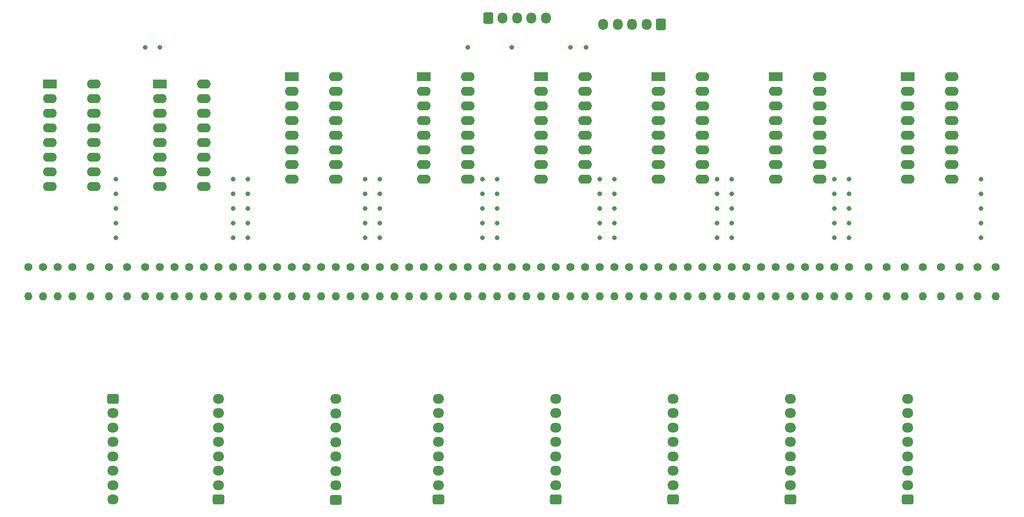
<source format=gbr>
%TF.GenerationSoftware,KiCad,Pcbnew,7.0.9*%
%TF.CreationDate,2023-12-13T10:58:02+05:30*%
%TF.ProjectId,Led_Cube_BaseControler,4c65645f-4375-4626-955f-42617365436f,rev?*%
%TF.SameCoordinates,Original*%
%TF.FileFunction,Copper,L2,Bot*%
%TF.FilePolarity,Positive*%
%FSLAX46Y46*%
G04 Gerber Fmt 4.6, Leading zero omitted, Abs format (unit mm)*
G04 Created by KiCad (PCBNEW 7.0.9) date 2023-12-13 10:58:02*
%MOMM*%
%LPD*%
G01*
G04 APERTURE LIST*
G04 Aperture macros list*
%AMRoundRect*
0 Rectangle with rounded corners*
0 $1 Rounding radius*
0 $2 $3 $4 $5 $6 $7 $8 $9 X,Y pos of 4 corners*
0 Add a 4 corners polygon primitive as box body*
4,1,4,$2,$3,$4,$5,$6,$7,$8,$9,$2,$3,0*
0 Add four circle primitives for the rounded corners*
1,1,$1+$1,$2,$3*
1,1,$1+$1,$4,$5*
1,1,$1+$1,$6,$7*
1,1,$1+$1,$8,$9*
0 Add four rect primitives between the rounded corners*
20,1,$1+$1,$2,$3,$4,$5,0*
20,1,$1+$1,$4,$5,$6,$7,0*
20,1,$1+$1,$6,$7,$8,$9,0*
20,1,$1+$1,$8,$9,$2,$3,0*%
G04 Aperture macros list end*
%TA.AperFunction,ComponentPad*%
%ADD10C,1.400000*%
%TD*%
%TA.AperFunction,ComponentPad*%
%ADD11O,1.400000X1.400000*%
%TD*%
%TA.AperFunction,ComponentPad*%
%ADD12RoundRect,0.250000X0.725000X-0.600000X0.725000X0.600000X-0.725000X0.600000X-0.725000X-0.600000X0*%
%TD*%
%TA.AperFunction,ComponentPad*%
%ADD13O,1.950000X1.700000*%
%TD*%
%TA.AperFunction,ComponentPad*%
%ADD14RoundRect,0.250000X0.600000X0.725000X-0.600000X0.725000X-0.600000X-0.725000X0.600000X-0.725000X0*%
%TD*%
%TA.AperFunction,ComponentPad*%
%ADD15O,1.700000X1.950000*%
%TD*%
%TA.AperFunction,ComponentPad*%
%ADD16R,2.400000X1.600000*%
%TD*%
%TA.AperFunction,ComponentPad*%
%ADD17O,2.400000X1.600000*%
%TD*%
%TA.AperFunction,ComponentPad*%
%ADD18RoundRect,0.250000X-0.600000X-0.725000X0.600000X-0.725000X0.600000X0.725000X-0.600000X0.725000X0*%
%TD*%
%TA.AperFunction,ComponentPad*%
%ADD19RoundRect,0.250000X-0.725000X0.600000X-0.725000X-0.600000X0.725000X-0.600000X0.725000X0.600000X0*%
%TD*%
%TA.AperFunction,ViaPad*%
%ADD20C,0.800000*%
%TD*%
G04 APERTURE END LIST*
D10*
%TO.P,R13,1*%
%TO.N,Net-(U1-QE)*%
X53340000Y-60960000D03*
D11*
%TO.P,R13,2*%
%TO.N,Net-(J4-Pin_4)*%
X53340000Y-66040000D03*
%TD*%
D10*
%TO.P,R31,1*%
%TO.N,Net-(U4-QG)*%
X99060000Y-60960000D03*
D11*
%TO.P,R31,2*%
%TO.N,Net-(J6-Pin_2)*%
X99060000Y-66040000D03*
%TD*%
D10*
%TO.P,R40,1*%
%TO.N,Net-(U5-QH)*%
X121920000Y-60960000D03*
D11*
%TO.P,R40,2*%
%TO.N,Net-(J7-Pin_1)*%
X121920000Y-66040000D03*
%TD*%
D10*
%TO.P,R44,1*%
%TO.N,Net-(U6-QD)*%
X132080000Y-60960000D03*
D11*
%TO.P,R44,2*%
%TO.N,Net-(J8-Pin_5)*%
X132080000Y-66040000D03*
%TD*%
D10*
%TO.P,R33,1*%
%TO.N,Net-(U5-QA)*%
X104140000Y-60960000D03*
D11*
%TO.P,R33,2*%
%TO.N,Net-(J7-Pin_8)*%
X104140000Y-66040000D03*
%TD*%
D10*
%TO.P,R59,1*%
%TO.N,Net-(U8-QC)*%
X172210000Y-60960000D03*
D11*
%TO.P,R59,2*%
%TO.N,Net-(J10-Pin_6)*%
X172210000Y-66040000D03*
%TD*%
D10*
%TO.P,R36,1*%
%TO.N,Net-(U5-QD)*%
X111760000Y-60960000D03*
D11*
%TO.P,R36,2*%
%TO.N,Net-(J7-Pin_5)*%
X111760000Y-66040000D03*
%TD*%
D12*
%TO.P,J6,1,Pin_1*%
%TO.N,Net-(J6-Pin_1)*%
X91440000Y-101320000D03*
D13*
%TO.P,J6,2,Pin_2*%
%TO.N,Net-(J6-Pin_2)*%
X91440000Y-98820000D03*
%TO.P,J6,3,Pin_3*%
%TO.N,Net-(J6-Pin_3)*%
X91440000Y-96320000D03*
%TO.P,J6,4,Pin_4*%
%TO.N,Net-(J6-Pin_4)*%
X91440000Y-93820000D03*
%TO.P,J6,5,Pin_5*%
%TO.N,Net-(J6-Pin_5)*%
X91440000Y-91320000D03*
%TO.P,J6,6,Pin_6*%
%TO.N,Net-(J6-Pin_6)*%
X91440000Y-88820000D03*
%TO.P,J6,7,Pin_7*%
%TO.N,Net-(J6-Pin_7)*%
X91440000Y-86320000D03*
%TO.P,J6,8,Pin_8*%
%TO.N,Net-(J6-Pin_8)*%
X91440000Y-83820000D03*
%TD*%
D10*
%TO.P,R24,1*%
%TO.N,Net-(U2-QH)*%
X81280000Y-60960000D03*
D11*
%TO.P,R24,2*%
%TO.N,Net-(J5-Pin_1)*%
X81280000Y-66040000D03*
%TD*%
D10*
%TO.P,R32,1*%
%TO.N,Net-(U4-QH)*%
X101600000Y-60960000D03*
D11*
%TO.P,R32,2*%
%TO.N,Net-(J6-Pin_1)*%
X101600000Y-66040000D03*
%TD*%
D12*
%TO.P,J7,1,Pin_1*%
%TO.N,Net-(J7-Pin_1)*%
X111760000Y-101320000D03*
D13*
%TO.P,J7,2,Pin_2*%
%TO.N,Net-(J7-Pin_2)*%
X111760000Y-98820000D03*
%TO.P,J7,3,Pin_3*%
%TO.N,Net-(J7-Pin_3)*%
X111760000Y-96320000D03*
%TO.P,J7,4,Pin_4*%
%TO.N,Net-(J7-Pin_4)*%
X111760000Y-93820000D03*
%TO.P,J7,5,Pin_5*%
%TO.N,Net-(J7-Pin_5)*%
X111760000Y-91320000D03*
%TO.P,J7,6,Pin_6*%
%TO.N,Net-(J7-Pin_6)*%
X111760000Y-88820000D03*
%TO.P,J7,7,Pin_7*%
%TO.N,Net-(J7-Pin_7)*%
X111760000Y-86320000D03*
%TO.P,J7,8,Pin_8*%
%TO.N,Net-(J7-Pin_8)*%
X111760000Y-83820000D03*
%TD*%
D10*
%TO.P,R26,1*%
%TO.N,Net-(U4-QB)*%
X86360000Y-60960000D03*
D11*
%TO.P,R26,2*%
%TO.N,Net-(J6-Pin_7)*%
X86360000Y-66040000D03*
%TD*%
D10*
%TO.P,R46,1*%
%TO.N,Net-(U6-QF)*%
X137160000Y-60960000D03*
D11*
%TO.P,R46,2*%
%TO.N,Net-(J8-Pin_3)*%
X137160000Y-66040000D03*
%TD*%
D10*
%TO.P,R22,1*%
%TO.N,Net-(U2-QF)*%
X76200000Y-60960000D03*
D11*
%TO.P,R22,2*%
%TO.N,Net-(J5-Pin_3)*%
X76200000Y-66040000D03*
%TD*%
D10*
%TO.P,R25,1*%
%TO.N,Net-(U4-QA)*%
X83820000Y-60960000D03*
D11*
%TO.P,R25,2*%
%TO.N,Net-(J6-Pin_8)*%
X83820000Y-66040000D03*
%TD*%
D10*
%TO.P,R34,1*%
%TO.N,Net-(U5-QB)*%
X106680000Y-60960000D03*
D11*
%TO.P,R34,2*%
%TO.N,Net-(J7-Pin_7)*%
X106680000Y-66040000D03*
%TD*%
D10*
%TO.P,R18,1*%
%TO.N,Net-(U2-QB)*%
X66040000Y-60960000D03*
D11*
%TO.P,R18,2*%
%TO.N,Net-(J5-Pin_7)*%
X66040000Y-66040000D03*
%TD*%
D10*
%TO.P,R52,1*%
%TO.N,Net-(U7-QD)*%
X152400000Y-60960000D03*
D11*
%TO.P,R52,2*%
%TO.N,Net-(J9-Pin_5)*%
X152400000Y-66040000D03*
%TD*%
D10*
%TO.P,R28,1*%
%TO.N,Net-(U4-QD)*%
X91440000Y-60960000D03*
D11*
%TO.P,R28,2*%
%TO.N,Net-(J6-Pin_5)*%
X91440000Y-66040000D03*
%TD*%
D12*
%TO.P,J5,1,Pin_1*%
%TO.N,Net-(J5-Pin_1)*%
X73660000Y-101360000D03*
D13*
%TO.P,J5,2,Pin_2*%
%TO.N,Net-(J5-Pin_2)*%
X73660000Y-98860000D03*
%TO.P,J5,3,Pin_3*%
%TO.N,Net-(J5-Pin_3)*%
X73660000Y-96360000D03*
%TO.P,J5,4,Pin_4*%
%TO.N,Net-(J5-Pin_4)*%
X73660000Y-93860000D03*
%TO.P,J5,5,Pin_5*%
%TO.N,Net-(J5-Pin_5)*%
X73660000Y-91360000D03*
%TO.P,J5,6,Pin_6*%
%TO.N,Net-(J5-Pin_6)*%
X73660000Y-88860000D03*
%TO.P,J5,7,Pin_7*%
%TO.N,Net-(J5-Pin_7)*%
X73660000Y-86360000D03*
%TO.P,J5,8,Pin_8*%
%TO.N,Net-(J5-Pin_8)*%
X73660000Y-83860000D03*
%TD*%
D14*
%TO.P,J11,1,Pin_1*%
%TO.N,Net-(J11-Pin_1)*%
X129980000Y-18920000D03*
D15*
%TO.P,J11,2,Pin_2*%
%TO.N,Net-(J1-Pin_2)*%
X127480000Y-18920000D03*
%TO.P,J11,3,Pin_3*%
%TO.N,Net-(J1-Pin_3)*%
X124980000Y-18920000D03*
%TO.P,J11,4,Pin_4*%
%TO.N,Net-(J1-Pin_4)*%
X122480000Y-18920000D03*
%TO.P,J11,5*%
%TO.N,N/C*%
X119980000Y-18920000D03*
%TD*%
D10*
%TO.P,R60,1*%
%TO.N,Net-(U8-QD)*%
X175360000Y-60960000D03*
D11*
%TO.P,R60,2*%
%TO.N,Net-(J10-Pin_5)*%
X175360000Y-66040000D03*
%TD*%
D10*
%TO.P,R14,1*%
%TO.N,Net-(U1-QF)*%
X55880000Y-60960000D03*
D11*
%TO.P,R14,2*%
%TO.N,Net-(J4-Pin_3)*%
X55880000Y-66040000D03*
%TD*%
D16*
%TO.P,U3,1,QB*%
%TO.N,Net-(U3-QB)*%
X24115000Y-29225000D03*
D17*
%TO.P,U3,2,QC*%
%TO.N,Net-(U3-QC)*%
X24115000Y-31765000D03*
%TO.P,U3,3,QD*%
%TO.N,Net-(U3-QD)*%
X24115000Y-34305000D03*
%TO.P,U3,4,QE*%
%TO.N,Net-(U3-QE)*%
X24115000Y-36845000D03*
%TO.P,U3,5,QF*%
%TO.N,Net-(U3-QF)*%
X24115000Y-39385000D03*
%TO.P,U3,6,QG*%
%TO.N,Net-(U3-QG)*%
X24115000Y-41925000D03*
%TO.P,U3,7,QH*%
%TO.N,Net-(U3-QH)*%
X24115000Y-44465000D03*
%TO.P,U3,8,GND*%
%TO.N,Net-(J1-Pin_5)*%
X24115000Y-47005000D03*
%TO.P,U3,9,QH'*%
%TO.N,Net-(U1-SER)*%
X31735000Y-47005000D03*
%TO.P,U3,10,~{SRCLR}*%
%TO.N,Net-(J1-Pin_4)*%
X31735000Y-44465000D03*
%TO.P,U3,11,SRCLK*%
%TO.N,Net-(J1-Pin_2)*%
X31735000Y-41925000D03*
%TO.P,U3,12,RCLK*%
%TO.N,Net-(J1-Pin_3)*%
X31735000Y-39385000D03*
%TO.P,U3,13,~{OE}*%
%TO.N,Net-(J1-Pin_5)*%
X31735000Y-36845000D03*
%TO.P,U3,14,SER*%
%TO.N,Net-(J1-Pin_1)*%
X31735000Y-34305000D03*
%TO.P,U3,15,QA*%
%TO.N,Net-(U3-QA)*%
X31735000Y-31765000D03*
%TO.P,U3,16,VCC*%
%TO.N,Net-(J1-Pin_6)*%
X31735000Y-29225000D03*
%TD*%
D10*
%TO.P,R39,1*%
%TO.N,Net-(U5-QG)*%
X119380000Y-60960000D03*
D11*
%TO.P,R39,2*%
%TO.N,Net-(J7-Pin_2)*%
X119380000Y-66040000D03*
%TD*%
D10*
%TO.P,R20,1*%
%TO.N,Net-(U2-QD)*%
X71120000Y-60960000D03*
D11*
%TO.P,R20,2*%
%TO.N,Net-(J5-Pin_5)*%
X71120000Y-66040000D03*
%TD*%
D16*
%TO.P,U7,1,QB*%
%TO.N,Net-(U7-QB)*%
X149860000Y-27940000D03*
D17*
%TO.P,U7,2,QC*%
%TO.N,Net-(U7-QC)*%
X149860000Y-30480000D03*
%TO.P,U7,3,QD*%
%TO.N,Net-(U7-QD)*%
X149860000Y-33020000D03*
%TO.P,U7,4,QE*%
%TO.N,Net-(U7-QE)*%
X149860000Y-35560000D03*
%TO.P,U7,5,QF*%
%TO.N,Net-(U7-QF)*%
X149860000Y-38100000D03*
%TO.P,U7,6,QG*%
%TO.N,Net-(U7-QG)*%
X149860000Y-40640000D03*
%TO.P,U7,7,QH*%
%TO.N,Net-(U7-QH)*%
X149860000Y-43180000D03*
%TO.P,U7,8,GND*%
%TO.N,Net-(J1-Pin_5)*%
X149860000Y-45720000D03*
%TO.P,U7,9,QH'*%
%TO.N,Net-(U7-QH')*%
X157480000Y-45720000D03*
%TO.P,U7,10,~{SRCLR}*%
%TO.N,Net-(J1-Pin_4)*%
X157480000Y-43180000D03*
%TO.P,U7,11,SRCLK*%
%TO.N,Net-(J1-Pin_2)*%
X157480000Y-40640000D03*
%TO.P,U7,12,RCLK*%
%TO.N,Net-(J1-Pin_3)*%
X157480000Y-38100000D03*
%TO.P,U7,13,~{OE}*%
%TO.N,Net-(J1-Pin_5)*%
X157480000Y-35560000D03*
%TO.P,U7,14,SER*%
%TO.N,Net-(U6-QH')*%
X157480000Y-33020000D03*
%TO.P,U7,15,QA*%
%TO.N,Net-(U7-QA)*%
X157480000Y-30480000D03*
%TO.P,U7,16,VCC*%
%TO.N,Net-(J1-Pin_6)*%
X157480000Y-27940000D03*
%TD*%
D10*
%TO.P,R1,1*%
%TO.N,Net-(U3-QA)*%
X20420000Y-60960000D03*
D11*
%TO.P,R1,2*%
%TO.N,Net-(J3-Pin_1)*%
X20420000Y-66040000D03*
%TD*%
D10*
%TO.P,R51,1*%
%TO.N,Net-(U7-QC)*%
X149860000Y-60960000D03*
D11*
%TO.P,R51,2*%
%TO.N,Net-(J9-Pin_6)*%
X149860000Y-66040000D03*
%TD*%
D16*
%TO.P,U8,1,QB*%
%TO.N,Net-(U8-QB)*%
X172720000Y-27940000D03*
D17*
%TO.P,U8,2,QC*%
%TO.N,Net-(U8-QC)*%
X172720000Y-30480000D03*
%TO.P,U8,3,QD*%
%TO.N,Net-(U8-QD)*%
X172720000Y-33020000D03*
%TO.P,U8,4,QE*%
%TO.N,Net-(U8-QE)*%
X172720000Y-35560000D03*
%TO.P,U8,5,QF*%
%TO.N,Net-(U8-QF)*%
X172720000Y-38100000D03*
%TO.P,U8,6,QG*%
%TO.N,Net-(U8-QG)*%
X172720000Y-40640000D03*
%TO.P,U8,7,QH*%
%TO.N,Net-(U8-QH)*%
X172720000Y-43180000D03*
%TO.P,U8,8,GND*%
%TO.N,Net-(J1-Pin_5)*%
X172720000Y-45720000D03*
%TO.P,U8,9,QH'*%
%TO.N,Net-(J11-Pin_1)*%
X180340000Y-45720000D03*
%TO.P,U8,10,~{SRCLR}*%
%TO.N,Net-(J1-Pin_4)*%
X180340000Y-43180000D03*
%TO.P,U8,11,SRCLK*%
%TO.N,Net-(J1-Pin_2)*%
X180340000Y-40640000D03*
%TO.P,U8,12,RCLK*%
%TO.N,Net-(J1-Pin_3)*%
X180340000Y-38100000D03*
%TO.P,U8,13,~{OE}*%
%TO.N,Net-(J1-Pin_5)*%
X180340000Y-35560000D03*
%TO.P,U8,14,SER*%
%TO.N,Net-(U7-QH')*%
X180340000Y-33020000D03*
%TO.P,U8,15,QA*%
%TO.N,Net-(U8-QA)*%
X180340000Y-30480000D03*
%TO.P,U8,16,VCC*%
%TO.N,Net-(J1-Pin_6)*%
X180340000Y-27940000D03*
%TD*%
D10*
%TO.P,R45,1*%
%TO.N,Net-(U6-QE)*%
X134620000Y-60960000D03*
D11*
%TO.P,R45,2*%
%TO.N,Net-(J8-Pin_4)*%
X134620000Y-66040000D03*
%TD*%
D16*
%TO.P,U6,1,QB*%
%TO.N,Net-(U6-QB)*%
X129540000Y-27940000D03*
D17*
%TO.P,U6,2,QC*%
%TO.N,Net-(U6-QC)*%
X129540000Y-30480000D03*
%TO.P,U6,3,QD*%
%TO.N,Net-(U6-QD)*%
X129540000Y-33020000D03*
%TO.P,U6,4,QE*%
%TO.N,Net-(U6-QE)*%
X129540000Y-35560000D03*
%TO.P,U6,5,QF*%
%TO.N,Net-(U6-QF)*%
X129540000Y-38100000D03*
%TO.P,U6,6,QG*%
%TO.N,Net-(U6-QG)*%
X129540000Y-40640000D03*
%TO.P,U6,7,QH*%
%TO.N,Net-(U6-QH)*%
X129540000Y-43180000D03*
%TO.P,U6,8,GND*%
%TO.N,Net-(J1-Pin_5)*%
X129540000Y-45720000D03*
%TO.P,U6,9,QH'*%
%TO.N,Net-(U6-QH')*%
X137160000Y-45720000D03*
%TO.P,U6,10,~{SRCLR}*%
%TO.N,Net-(J1-Pin_4)*%
X137160000Y-43180000D03*
%TO.P,U6,11,SRCLK*%
%TO.N,Net-(J1-Pin_2)*%
X137160000Y-40640000D03*
%TO.P,U6,12,RCLK*%
%TO.N,Net-(J1-Pin_3)*%
X137160000Y-38100000D03*
%TO.P,U6,13,~{OE}*%
%TO.N,Net-(J1-Pin_5)*%
X137160000Y-35560000D03*
%TO.P,U6,14,SER*%
%TO.N,Net-(U5-QH')*%
X137160000Y-33020000D03*
%TO.P,U6,15,QA*%
%TO.N,Net-(U6-QA)*%
X137160000Y-30480000D03*
%TO.P,U6,16,VCC*%
%TO.N,Net-(J1-Pin_6)*%
X137160000Y-27940000D03*
%TD*%
D10*
%TO.P,R56,1*%
%TO.N,Net-(U7-QH)*%
X162560000Y-60960000D03*
D11*
%TO.P,R56,2*%
%TO.N,Net-(J9-Pin_1)*%
X162560000Y-66040000D03*
%TD*%
D10*
%TO.P,R11,1*%
%TO.N,Net-(U1-QC)*%
X48260000Y-60960000D03*
D11*
%TO.P,R11,2*%
%TO.N,Net-(J4-Pin_6)*%
X48260000Y-66040000D03*
%TD*%
D10*
%TO.P,R17,1*%
%TO.N,Net-(U2-QA)*%
X63500000Y-60960000D03*
D11*
%TO.P,R17,2*%
%TO.N,Net-(J5-Pin_8)*%
X63500000Y-66040000D03*
%TD*%
D10*
%TO.P,R47,1*%
%TO.N,Net-(U6-QG)*%
X139700000Y-60960000D03*
D11*
%TO.P,R47,2*%
%TO.N,Net-(J8-Pin_2)*%
X139700000Y-66040000D03*
%TD*%
D10*
%TO.P,R57,1*%
%TO.N,Net-(U8-QA)*%
X165910000Y-60960000D03*
D11*
%TO.P,R57,2*%
%TO.N,Net-(J10-Pin_8)*%
X165910000Y-66040000D03*
%TD*%
D10*
%TO.P,R49,1*%
%TO.N,Net-(U7-QA)*%
X144780000Y-60960000D03*
D11*
%TO.P,R49,2*%
%TO.N,Net-(J9-Pin_8)*%
X144780000Y-66040000D03*
%TD*%
D10*
%TO.P,R30,1*%
%TO.N,Net-(U4-QF)*%
X96520000Y-60960000D03*
D11*
%TO.P,R30,2*%
%TO.N,Net-(J6-Pin_3)*%
X96520000Y-66040000D03*
%TD*%
D10*
%TO.P,R8,1*%
%TO.N,Net-(U3-QH)*%
X40640000Y-60960000D03*
D11*
%TO.P,R8,2*%
%TO.N,Net-(J3-Pin_8)*%
X40640000Y-66040000D03*
%TD*%
D16*
%TO.P,U5,1,QB*%
%TO.N,Net-(U5-QB)*%
X109220000Y-27940000D03*
D17*
%TO.P,U5,2,QC*%
%TO.N,Net-(U5-QC)*%
X109220000Y-30480000D03*
%TO.P,U5,3,QD*%
%TO.N,Net-(U5-QD)*%
X109220000Y-33020000D03*
%TO.P,U5,4,QE*%
%TO.N,Net-(U5-QE)*%
X109220000Y-35560000D03*
%TO.P,U5,5,QF*%
%TO.N,Net-(U5-QF)*%
X109220000Y-38100000D03*
%TO.P,U5,6,QG*%
%TO.N,Net-(U5-QG)*%
X109220000Y-40640000D03*
%TO.P,U5,7,QH*%
%TO.N,Net-(U5-QH)*%
X109220000Y-43180000D03*
%TO.P,U5,8,GND*%
%TO.N,Net-(J1-Pin_5)*%
X109220000Y-45720000D03*
%TO.P,U5,9,QH'*%
%TO.N,Net-(U5-QH')*%
X116840000Y-45720000D03*
%TO.P,U5,10,~{SRCLR}*%
%TO.N,Net-(J1-Pin_4)*%
X116840000Y-43180000D03*
%TO.P,U5,11,SRCLK*%
%TO.N,Net-(J1-Pin_2)*%
X116840000Y-40640000D03*
%TO.P,U5,12,RCLK*%
%TO.N,Net-(J1-Pin_3)*%
X116840000Y-38100000D03*
%TO.P,U5,13,~{OE}*%
%TO.N,Net-(J1-Pin_5)*%
X116840000Y-35560000D03*
%TO.P,U5,14,SER*%
%TO.N,Net-(U4-QH')*%
X116840000Y-33020000D03*
%TO.P,U5,15,QA*%
%TO.N,Net-(U5-QA)*%
X116840000Y-30480000D03*
%TO.P,U5,16,VCC*%
%TO.N,Net-(J1-Pin_6)*%
X116840000Y-27940000D03*
%TD*%
D10*
%TO.P,R21,1*%
%TO.N,Net-(U2-QE)*%
X73660000Y-60960000D03*
D11*
%TO.P,R21,2*%
%TO.N,Net-(J5-Pin_4)*%
X73660000Y-66040000D03*
%TD*%
D10*
%TO.P,R15,1*%
%TO.N,Net-(U1-QG)*%
X58420000Y-60960000D03*
D11*
%TO.P,R15,2*%
%TO.N,Net-(J4-Pin_2)*%
X58420000Y-66040000D03*
%TD*%
D12*
%TO.P,J9,1,Pin_1*%
%TO.N,Net-(J9-Pin_1)*%
X152400000Y-101320000D03*
D13*
%TO.P,J9,2,Pin_2*%
%TO.N,Net-(J9-Pin_2)*%
X152400000Y-98820000D03*
%TO.P,J9,3,Pin_3*%
%TO.N,Net-(J9-Pin_3)*%
X152400000Y-96320000D03*
%TO.P,J9,4,Pin_4*%
%TO.N,Net-(J9-Pin_4)*%
X152400000Y-93820000D03*
%TO.P,J9,5,Pin_5*%
%TO.N,Net-(J9-Pin_5)*%
X152400000Y-91320000D03*
%TO.P,J9,6,Pin_6*%
%TO.N,Net-(J9-Pin_6)*%
X152400000Y-88820000D03*
%TO.P,J9,7,Pin_7*%
%TO.N,Net-(J9-Pin_7)*%
X152400000Y-86320000D03*
%TO.P,J9,8,Pin_8*%
%TO.N,Net-(J9-Pin_8)*%
X152400000Y-83820000D03*
%TD*%
D18*
%TO.P,J1,1,Pin_1*%
%TO.N,Net-(J1-Pin_1)*%
X100060000Y-17780000D03*
D15*
%TO.P,J1,2,Pin_2*%
%TO.N,Net-(J1-Pin_2)*%
X102560000Y-17780000D03*
%TO.P,J1,3,Pin_3*%
%TO.N,Net-(J1-Pin_3)*%
X105060000Y-17780000D03*
%TO.P,J1,4,Pin_4*%
%TO.N,Net-(J1-Pin_4)*%
X107560000Y-17780000D03*
%TO.P,J1,5,Pin_5*%
%TO.N,Net-(J1-Pin_5)*%
X110060000Y-17780000D03*
%TD*%
D10*
%TO.P,R35,1*%
%TO.N,Net-(U5-QC)*%
X109220000Y-60960000D03*
D11*
%TO.P,R35,2*%
%TO.N,Net-(J7-Pin_6)*%
X109220000Y-66040000D03*
%TD*%
D10*
%TO.P,R9,1*%
%TO.N,Net-(U1-QA)*%
X43180000Y-60960000D03*
D11*
%TO.P,R9,2*%
%TO.N,Net-(J4-Pin_8)*%
X43180000Y-66040000D03*
%TD*%
D10*
%TO.P,R7,1*%
%TO.N,Net-(U3-QG)*%
X37490000Y-60960000D03*
D11*
%TO.P,R7,2*%
%TO.N,Net-(J3-Pin_7)*%
X37490000Y-66040000D03*
%TD*%
D10*
%TO.P,R64,1*%
%TO.N,Net-(U8-QH)*%
X187960000Y-60960000D03*
D11*
%TO.P,R64,2*%
%TO.N,Net-(J10-Pin_1)*%
X187960000Y-66040000D03*
%TD*%
D10*
%TO.P,R41,1*%
%TO.N,Net-(U6-QA)*%
X124460000Y-60960000D03*
D11*
%TO.P,R41,2*%
%TO.N,Net-(J8-Pin_8)*%
X124460000Y-66040000D03*
%TD*%
D19*
%TO.P,J3,1,Pin_1*%
%TO.N,Net-(J3-Pin_1)*%
X35020000Y-83820000D03*
D13*
%TO.P,J3,2,Pin_2*%
%TO.N,Net-(J3-Pin_2)*%
X35020000Y-86320000D03*
%TO.P,J3,3,Pin_3*%
%TO.N,Net-(J3-Pin_3)*%
X35020000Y-88820000D03*
%TO.P,J3,4,Pin_4*%
%TO.N,Net-(J3-Pin_4)*%
X35020000Y-91320000D03*
%TO.P,J3,5,Pin_5*%
%TO.N,Net-(J3-Pin_5)*%
X35020000Y-93820000D03*
%TO.P,J3,6,Pin_6*%
%TO.N,Net-(J3-Pin_6)*%
X35020000Y-96320000D03*
%TO.P,J3,7,Pin_7*%
%TO.N,Net-(J3-Pin_7)*%
X35020000Y-98820000D03*
%TO.P,J3,8,Pin_8*%
%TO.N,Net-(J3-Pin_8)*%
X35020000Y-101320000D03*
%TD*%
D10*
%TO.P,R50,1*%
%TO.N,Net-(U7-QB)*%
X147320000Y-60960000D03*
D11*
%TO.P,R50,2*%
%TO.N,Net-(J9-Pin_7)*%
X147320000Y-66040000D03*
%TD*%
D10*
%TO.P,R53,1*%
%TO.N,Net-(U7-QE)*%
X154940000Y-60960000D03*
D11*
%TO.P,R53,2*%
%TO.N,Net-(J9-Pin_4)*%
X154940000Y-66040000D03*
%TD*%
D16*
%TO.P,U4,1,QB*%
%TO.N,Net-(U4-QB)*%
X88900000Y-27940000D03*
D17*
%TO.P,U4,2,QC*%
%TO.N,Net-(U4-QC)*%
X88900000Y-30480000D03*
%TO.P,U4,3,QD*%
%TO.N,Net-(U4-QD)*%
X88900000Y-33020000D03*
%TO.P,U4,4,QE*%
%TO.N,Net-(U4-QE)*%
X88900000Y-35560000D03*
%TO.P,U4,5,QF*%
%TO.N,Net-(U4-QF)*%
X88900000Y-38100000D03*
%TO.P,U4,6,QG*%
%TO.N,Net-(U4-QG)*%
X88900000Y-40640000D03*
%TO.P,U4,7,QH*%
%TO.N,Net-(U4-QH)*%
X88900000Y-43180000D03*
%TO.P,U4,8,GND*%
%TO.N,Net-(J1-Pin_5)*%
X88900000Y-45720000D03*
%TO.P,U4,9,QH'*%
%TO.N,Net-(U4-QH')*%
X96520000Y-45720000D03*
%TO.P,U4,10,~{SRCLR}*%
%TO.N,Net-(J1-Pin_4)*%
X96520000Y-43180000D03*
%TO.P,U4,11,SRCLK*%
%TO.N,Net-(J1-Pin_2)*%
X96520000Y-40640000D03*
%TO.P,U4,12,RCLK*%
%TO.N,Net-(J1-Pin_3)*%
X96520000Y-38100000D03*
%TO.P,U4,13,~{OE}*%
%TO.N,Net-(J1-Pin_5)*%
X96520000Y-35560000D03*
%TO.P,U4,14,SER*%
%TO.N,Net-(U2-QH')*%
X96520000Y-33020000D03*
%TO.P,U4,15,QA*%
%TO.N,Net-(U4-QA)*%
X96520000Y-30480000D03*
%TO.P,U4,16,VCC*%
%TO.N,Net-(J1-Pin_6)*%
X96520000Y-27940000D03*
%TD*%
D10*
%TO.P,R54,1*%
%TO.N,Net-(U7-QF)*%
X157480000Y-60960000D03*
D11*
%TO.P,R54,2*%
%TO.N,Net-(J9-Pin_3)*%
X157480000Y-66040000D03*
%TD*%
D10*
%TO.P,R3,1*%
%TO.N,Net-(U3-QC)*%
X25500000Y-60960000D03*
D11*
%TO.P,R3,2*%
%TO.N,Net-(J3-Pin_3)*%
X25500000Y-66040000D03*
%TD*%
D10*
%TO.P,R29,1*%
%TO.N,Net-(U4-QE)*%
X93980000Y-60960000D03*
D11*
%TO.P,R29,2*%
%TO.N,Net-(J6-Pin_4)*%
X93980000Y-66040000D03*
%TD*%
D10*
%TO.P,R43,1*%
%TO.N,Net-(U6-QC)*%
X129540000Y-60960000D03*
D11*
%TO.P,R43,2*%
%TO.N,Net-(J8-Pin_6)*%
X129540000Y-66040000D03*
%TD*%
D10*
%TO.P,R62,1*%
%TO.N,Net-(U8-QF)*%
X181660000Y-60960000D03*
D11*
%TO.P,R62,2*%
%TO.N,Net-(J10-Pin_3)*%
X181660000Y-66040000D03*
%TD*%
D10*
%TO.P,R27,1*%
%TO.N,Net-(U4-QC)*%
X88900000Y-60960000D03*
D11*
%TO.P,R27,2*%
%TO.N,Net-(J6-Pin_6)*%
X88900000Y-66040000D03*
%TD*%
D10*
%TO.P,R12,1*%
%TO.N,Net-(U1-QD)*%
X50800000Y-60960000D03*
D11*
%TO.P,R12,2*%
%TO.N,Net-(J4-Pin_5)*%
X50800000Y-66040000D03*
%TD*%
D10*
%TO.P,R4,1*%
%TO.N,Net-(U3-QD)*%
X28040000Y-60960000D03*
D11*
%TO.P,R4,2*%
%TO.N,Net-(J3-Pin_4)*%
X28040000Y-66040000D03*
%TD*%
D10*
%TO.P,R16,1*%
%TO.N,Net-(U1-QH)*%
X60960000Y-60960000D03*
D11*
%TO.P,R16,2*%
%TO.N,Net-(J4-Pin_1)*%
X60960000Y-66040000D03*
%TD*%
D10*
%TO.P,R48,1*%
%TO.N,Net-(U6-QH)*%
X142240000Y-60960000D03*
D11*
%TO.P,R48,2*%
%TO.N,Net-(J8-Pin_1)*%
X142240000Y-66040000D03*
%TD*%
D10*
%TO.P,R2,1*%
%TO.N,Net-(U3-QB)*%
X22960000Y-60960000D03*
D11*
%TO.P,R2,2*%
%TO.N,Net-(J3-Pin_2)*%
X22960000Y-66040000D03*
%TD*%
D16*
%TO.P,U1,1,QB*%
%TO.N,Net-(U1-QB)*%
X43180000Y-29225000D03*
D17*
%TO.P,U1,2,QC*%
%TO.N,Net-(U1-QC)*%
X43180000Y-31765000D03*
%TO.P,U1,3,QD*%
%TO.N,Net-(U1-QD)*%
X43180000Y-34305000D03*
%TO.P,U1,4,QE*%
%TO.N,Net-(U1-QE)*%
X43180000Y-36845000D03*
%TO.P,U1,5,QF*%
%TO.N,Net-(U1-QF)*%
X43180000Y-39385000D03*
%TO.P,U1,6,QG*%
%TO.N,Net-(U1-QG)*%
X43180000Y-41925000D03*
%TO.P,U1,7,QH*%
%TO.N,Net-(U1-QH)*%
X43180000Y-44465000D03*
%TO.P,U1,8,GND*%
%TO.N,Net-(J1-Pin_5)*%
X43180000Y-47005000D03*
%TO.P,U1,9,QH'*%
%TO.N,Net-(U1-QH')*%
X50800000Y-47005000D03*
%TO.P,U1,10,~{SRCLR}*%
%TO.N,Net-(J1-Pin_4)*%
X50800000Y-44465000D03*
%TO.P,U1,11,SRCLK*%
%TO.N,Net-(J1-Pin_2)*%
X50800000Y-41925000D03*
%TO.P,U1,12,RCLK*%
%TO.N,Net-(J1-Pin_3)*%
X50800000Y-39385000D03*
%TO.P,U1,13,~{OE}*%
%TO.N,Net-(J1-Pin_5)*%
X50800000Y-36845000D03*
%TO.P,U1,14,SER*%
%TO.N,Net-(U1-SER)*%
X50800000Y-34305000D03*
%TO.P,U1,15,QA*%
%TO.N,Net-(U1-QA)*%
X50800000Y-31765000D03*
%TO.P,U1,16,VCC*%
%TO.N,Net-(J1-Pin_6)*%
X50800000Y-29225000D03*
%TD*%
D12*
%TO.P,J10,1,Pin_1*%
%TO.N,Net-(J10-Pin_1)*%
X172720000Y-101320000D03*
D13*
%TO.P,J10,2,Pin_2*%
%TO.N,Net-(J10-Pin_2)*%
X172720000Y-98820000D03*
%TO.P,J10,3,Pin_3*%
%TO.N,Net-(J10-Pin_3)*%
X172720000Y-96320000D03*
%TO.P,J10,4,Pin_4*%
%TO.N,Net-(J10-Pin_4)*%
X172720000Y-93820000D03*
%TO.P,J10,5,Pin_5*%
%TO.N,Net-(J10-Pin_5)*%
X172720000Y-91320000D03*
%TO.P,J10,6,Pin_6*%
%TO.N,Net-(J10-Pin_6)*%
X172720000Y-88820000D03*
%TO.P,J10,7,Pin_7*%
%TO.N,Net-(J10-Pin_7)*%
X172720000Y-86320000D03*
%TO.P,J10,8,Pin_8*%
%TO.N,Net-(J10-Pin_8)*%
X172720000Y-83820000D03*
%TD*%
D10*
%TO.P,R23,1*%
%TO.N,Net-(U2-QG)*%
X78740000Y-60960000D03*
D11*
%TO.P,R23,2*%
%TO.N,Net-(J5-Pin_2)*%
X78740000Y-66040000D03*
%TD*%
D10*
%TO.P,R10,1*%
%TO.N,Net-(U1-QB)*%
X45720000Y-60960000D03*
D11*
%TO.P,R10,2*%
%TO.N,Net-(J4-Pin_7)*%
X45720000Y-66040000D03*
%TD*%
D10*
%TO.P,R61,1*%
%TO.N,Net-(U8-QE)*%
X178510000Y-60960000D03*
D11*
%TO.P,R61,2*%
%TO.N,Net-(J10-Pin_4)*%
X178510000Y-66040000D03*
%TD*%
D10*
%TO.P,R55,1*%
%TO.N,Net-(U7-QG)*%
X160020000Y-60960000D03*
D11*
%TO.P,R55,2*%
%TO.N,Net-(J9-Pin_2)*%
X160020000Y-66040000D03*
%TD*%
D10*
%TO.P,R42,1*%
%TO.N,Net-(U6-QB)*%
X127000000Y-60960000D03*
D11*
%TO.P,R42,2*%
%TO.N,Net-(J8-Pin_7)*%
X127000000Y-66040000D03*
%TD*%
D10*
%TO.P,R38,1*%
%TO.N,Net-(U5-QF)*%
X116840000Y-60960000D03*
D11*
%TO.P,R38,2*%
%TO.N,Net-(J7-Pin_3)*%
X116840000Y-66040000D03*
%TD*%
D10*
%TO.P,R5,1*%
%TO.N,Net-(U3-QE)*%
X31190000Y-60960000D03*
D11*
%TO.P,R5,2*%
%TO.N,Net-(J3-Pin_5)*%
X31190000Y-66040000D03*
%TD*%
D10*
%TO.P,R58,1*%
%TO.N,Net-(U8-QB)*%
X169060000Y-60960000D03*
D11*
%TO.P,R58,2*%
%TO.N,Net-(J10-Pin_7)*%
X169060000Y-66040000D03*
%TD*%
D10*
%TO.P,R6,1*%
%TO.N,Net-(U3-QF)*%
X34340000Y-60960000D03*
D11*
%TO.P,R6,2*%
%TO.N,Net-(J3-Pin_6)*%
X34340000Y-66040000D03*
%TD*%
D10*
%TO.P,R63,1*%
%TO.N,Net-(U8-QG)*%
X184810000Y-60960000D03*
D11*
%TO.P,R63,2*%
%TO.N,Net-(J10-Pin_2)*%
X184810000Y-66040000D03*
%TD*%
D12*
%TO.P,J8,1,Pin_1*%
%TO.N,Net-(J8-Pin_1)*%
X132080000Y-101320000D03*
D13*
%TO.P,J8,2,Pin_2*%
%TO.N,Net-(J8-Pin_2)*%
X132080000Y-98820000D03*
%TO.P,J8,3,Pin_3*%
%TO.N,Net-(J8-Pin_3)*%
X132080000Y-96320000D03*
%TO.P,J8,4,Pin_4*%
%TO.N,Net-(J8-Pin_4)*%
X132080000Y-93820000D03*
%TO.P,J8,5,Pin_5*%
%TO.N,Net-(J8-Pin_5)*%
X132080000Y-91320000D03*
%TO.P,J8,6,Pin_6*%
%TO.N,Net-(J8-Pin_6)*%
X132080000Y-88820000D03*
%TO.P,J8,7,Pin_7*%
%TO.N,Net-(J8-Pin_7)*%
X132080000Y-86320000D03*
%TO.P,J8,8,Pin_8*%
%TO.N,Net-(J8-Pin_8)*%
X132080000Y-83820000D03*
%TD*%
D10*
%TO.P,R19,1*%
%TO.N,Net-(U2-QC)*%
X68580000Y-60960000D03*
D11*
%TO.P,R19,2*%
%TO.N,Net-(J5-Pin_6)*%
X68580000Y-66040000D03*
%TD*%
D16*
%TO.P,U2,1,QB*%
%TO.N,Net-(U2-QB)*%
X66040000Y-27940000D03*
D17*
%TO.P,U2,2,QC*%
%TO.N,Net-(U2-QC)*%
X66040000Y-30480000D03*
%TO.P,U2,3,QD*%
%TO.N,Net-(U2-QD)*%
X66040000Y-33020000D03*
%TO.P,U2,4,QE*%
%TO.N,Net-(U2-QE)*%
X66040000Y-35560000D03*
%TO.P,U2,5,QF*%
%TO.N,Net-(U2-QF)*%
X66040000Y-38100000D03*
%TO.P,U2,6,QG*%
%TO.N,Net-(U2-QG)*%
X66040000Y-40640000D03*
%TO.P,U2,7,QH*%
%TO.N,Net-(U2-QH)*%
X66040000Y-43180000D03*
%TO.P,U2,8,GND*%
%TO.N,Net-(J1-Pin_5)*%
X66040000Y-45720000D03*
%TO.P,U2,9,QH'*%
%TO.N,Net-(U2-QH')*%
X73660000Y-45720000D03*
%TO.P,U2,10,~{SRCLR}*%
%TO.N,Net-(J1-Pin_4)*%
X73660000Y-43180000D03*
%TO.P,U2,11,SRCLK*%
%TO.N,Net-(J1-Pin_2)*%
X73660000Y-40640000D03*
%TO.P,U2,12,RCLK*%
%TO.N,Net-(J1-Pin_3)*%
X73660000Y-38100000D03*
%TO.P,U2,13,~{OE}*%
%TO.N,Net-(J1-Pin_5)*%
X73660000Y-35560000D03*
%TO.P,U2,14,SER*%
%TO.N,Net-(U1-QH')*%
X73660000Y-33020000D03*
%TO.P,U2,15,QA*%
%TO.N,Net-(U2-QA)*%
X73660000Y-30480000D03*
%TO.P,U2,16,VCC*%
%TO.N,Net-(J1-Pin_6)*%
X73660000Y-27940000D03*
%TD*%
D10*
%TO.P,R37,1*%
%TO.N,Net-(U5-QE)*%
X114300000Y-60960000D03*
D11*
%TO.P,R37,2*%
%TO.N,Net-(J7-Pin_4)*%
X114300000Y-66040000D03*
%TD*%
D12*
%TO.P,J4,1,Pin_1*%
%TO.N,Net-(J4-Pin_1)*%
X53340000Y-101320000D03*
D13*
%TO.P,J4,2,Pin_2*%
%TO.N,Net-(J4-Pin_2)*%
X53340000Y-98820000D03*
%TO.P,J4,3,Pin_3*%
%TO.N,Net-(J4-Pin_3)*%
X53340000Y-96320000D03*
%TO.P,J4,4,Pin_4*%
%TO.N,Net-(J4-Pin_4)*%
X53340000Y-93820000D03*
%TO.P,J4,5,Pin_5*%
%TO.N,Net-(J4-Pin_5)*%
X53340000Y-91320000D03*
%TO.P,J4,6,Pin_6*%
%TO.N,Net-(J4-Pin_6)*%
X53340000Y-88820000D03*
%TO.P,J4,7,Pin_7*%
%TO.N,Net-(J4-Pin_7)*%
X53340000Y-86320000D03*
%TO.P,J4,8,Pin_8*%
%TO.N,Net-(J4-Pin_8)*%
X53340000Y-83820000D03*
%TD*%
D20*
%TO.N,Net-(J1-Pin_5)*%
X119380000Y-55880000D03*
X185420000Y-55880000D03*
X162560000Y-55880000D03*
X139700000Y-55880000D03*
X99060000Y-55880000D03*
X78740000Y-55880000D03*
X101600000Y-55880000D03*
X121920000Y-55880000D03*
X55880000Y-55880000D03*
X35560000Y-55880000D03*
X81280000Y-55880000D03*
X142240000Y-55880000D03*
X58420000Y-55880000D03*
X160020000Y-55880000D03*
%TO.N,Net-(U1-QH')*%
X58420000Y-53340000D03*
X78740000Y-53340000D03*
%TO.N,Net-(J1-Pin_4)*%
X160020000Y-50800000D03*
X119380000Y-50800000D03*
X78740000Y-50800000D03*
X55880000Y-50800000D03*
X162560000Y-50800000D03*
X58420000Y-50800000D03*
X101600000Y-50800000D03*
X142240000Y-50800000D03*
X121920000Y-50800000D03*
X139700000Y-50800000D03*
X35560000Y-50800000D03*
X185420000Y-50800000D03*
X99060000Y-50800000D03*
X81280000Y-50800000D03*
%TO.N,Net-(J1-Pin_2)*%
X185420000Y-48260000D03*
X101600000Y-48260000D03*
X162560000Y-48260000D03*
X58420000Y-48260000D03*
X35560000Y-48260000D03*
X119380000Y-48260000D03*
X78740000Y-48260000D03*
X142240000Y-48260000D03*
X160020000Y-48260000D03*
X55880000Y-48260000D03*
X121920000Y-48260000D03*
X81280000Y-48260000D03*
X99060000Y-48260000D03*
X139700000Y-48260000D03*
%TO.N,Net-(J1-Pin_3)*%
X185420000Y-45720000D03*
X162560000Y-45720000D03*
X35560000Y-45720000D03*
X78740000Y-45720000D03*
X142240000Y-45720000D03*
X139700000Y-45720000D03*
X160020000Y-45720000D03*
X119380000Y-45720000D03*
X58420000Y-45720000D03*
X99060000Y-45720000D03*
X121920000Y-45720000D03*
X55880000Y-45720000D03*
X81280000Y-45720000D03*
X101600000Y-45720000D03*
%TO.N,Net-(U1-SER)*%
X35560000Y-53340000D03*
X55880000Y-53340000D03*
%TO.N,Net-(J1-Pin_6)*%
X40640000Y-22860000D03*
X96520000Y-22860000D03*
X114300000Y-22860000D03*
X104140000Y-22860000D03*
X43180000Y-22860000D03*
X117024500Y-22860000D03*
%TO.N,Net-(U2-QH')*%
X81280000Y-53340000D03*
X99060000Y-53340000D03*
%TO.N,Net-(U4-QH')*%
X119380000Y-53340000D03*
X101600000Y-53340000D03*
%TO.N,Net-(U5-QH')*%
X121920000Y-53340000D03*
X139700000Y-53340000D03*
%TO.N,Net-(U6-QH')*%
X160020000Y-53340000D03*
X142240000Y-53340000D03*
%TO.N,Net-(U7-QH')*%
X162560000Y-53340000D03*
X185420000Y-53340000D03*
%TD*%
M02*

</source>
